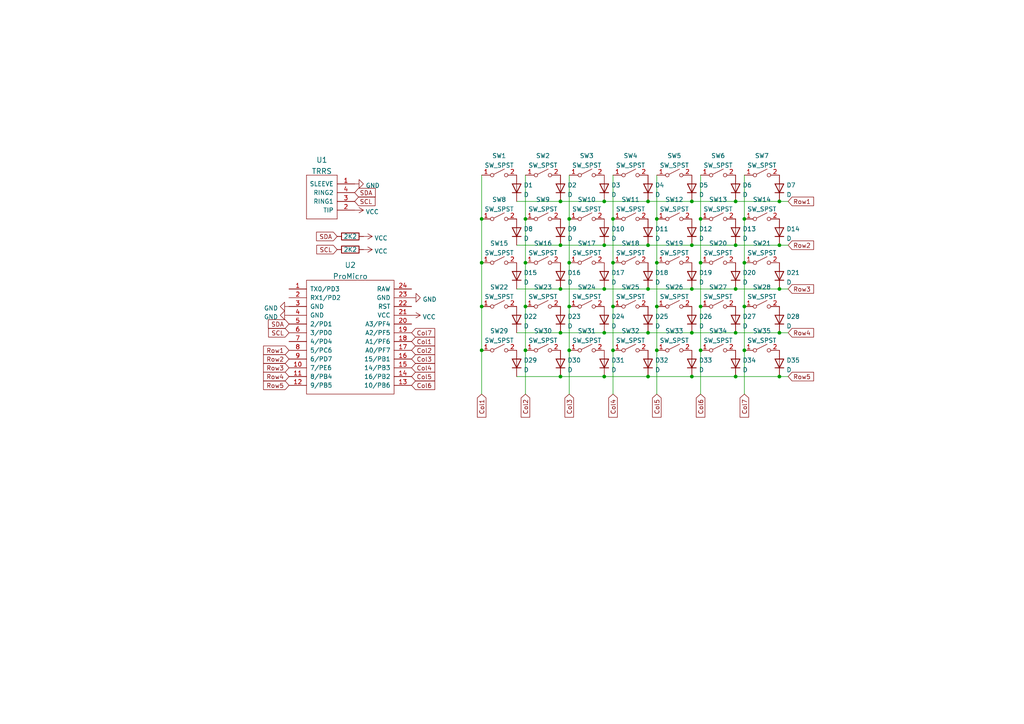
<source format=kicad_sch>
(kicad_sch (version 20211123) (generator eeschema)
  (paper "A4")
  (lib_symbols
    (symbol "Device:D" (pin_numbers hide) (pin_names (offset 1.016) hide)
      (property "Reference" "D" (at 0 2.54 0))
      (property "Value" "D" (at 0 -2.54 0))
      (symbol "D_0_1"
        (polyline (pts (xy -1.27 1.27) (xy -1.27 -1.27)) (stroke (width 0.254)))
        (polyline (pts (xy 1.27 0) (xy -1.27 0)))
        (polyline (pts (xy 1.27 1.27) (xy 1.27 -1.27) (xy -1.27 0) (xy 1.27 1.27)) (stroke (width 0.254)))
      )
      (symbol "D_1_1"
        (pin passive line (at -3.81 0 0) (length 2.54) (name "K") (number "1"))
        (pin passive line (at 3.81 0 180) (length 2.54) (name "A") (number "2"))
      )
    )
    (symbol "Device:R" (pin_numbers hide) (pin_names (offset 0))
      (property "Reference" "R" (at 2.032 0 90))
      (property "Value" "R" (at 0 0 90))
      (symbol "R_0_1"
        (rectangle (start -1.016 -2.54) (end 1.016 2.54) (stroke (width 0.254)))
      )
      (symbol "R_1_1"
        (pin passive line (at 0 3.81 270) (length 1.27) (name "~") (number "1"))
        (pin passive line (at 0 -3.81 90) (length 1.27) (name "~") (number "2"))
      )
    )
    (symbol "Switch:SW_SPST" (pin_names (offset 0) hide)
      (property "Reference" "SW" (at 0 3.175 0))
      (property "Value" "SW_SPST" (at 0 -2.54 0))
      (symbol "SW_SPST_0_0"
        (circle (center -2.032 0) (radius 0.508))
        (polyline (pts (xy -1.524 0.254) (xy 1.524 1.778)))
        (circle (center 2.032 0) (radius 0.508))
      )
      (symbol "SW_SPST_1_1"
        (pin passive line (at -5.08 0 0) (length 2.54) (name "A") (number "1"))
        (pin passive line (at 5.08 0 180) (length 2.54) (name "B") (number "2"))
      )
    )
    (symbol "keebio:ProMicro" (pin_names (offset 1.016))
      (property "Reference" "U" (at 0 0 0))
      (property "Value" "ProMicro" (at 0 -19.05 0))
      (symbol "ProMicro_0_1"
        (rectangle (start -12.7 -16.51) (end 12.7 16.51))
      )
      (symbol "ProMicro_1_1"
        (pin input line (at -17.78 13.97 0) (length 5.08) (name "TX0/PD3") (number "1"))
        (pin input line (at -17.78 -8.89 0) (length 5.08) (name "7/PE6") (number "10"))
        (pin input line (at -17.78 -11.43 0) (length 5.08) (name "8/PB4") (number "11"))
        (pin input line (at -17.78 -13.97 0) (length 5.08) (name "9/PB5") (number "12"))
        (pin input line (at 17.78 -13.97 180) (length 5.08) (name "10/PB6") (number "13"))
        (pin input line (at 17.78 -11.43 180) (length 5.08) (name "16/PB2") (number "14"))
        (pin input line (at 17.78 -8.89 180) (length 5.08) (name "14/PB3") (number "15"))
        (pin input line (at 17.78 -6.35 180) (length 5.08) (name "15/PB1") (number "16"))
        (pin input line (at 17.78 -3.81 180) (length 5.08) (name "A0/PF7") (number "17"))
        (pin input line (at 17.78 -1.27 180) (length 5.08) (name "A1/PF6") (number "18"))
        (pin input line (at 17.78 1.27 180) (length 5.08) (name "A2/PF5") (number "19"))
        (pin input line (at -17.78 11.43 0) (length 5.08) (name "RX1/PD2") (number "2"))
        (pin input line (at 17.78 3.81 180) (length 5.08) (name "A3/PF4") (number "20"))
        (pin input line (at 17.78 6.35 180) (length 5.08) (name "VCC") (number "21"))
        (pin input line (at 17.78 8.89 180) (length 5.08) (name "RST") (number "22"))
        (pin input line (at 17.78 11.43 180) (length 5.08) (name "GND") (number "23"))
        (pin input line (at 17.78 13.97 180) (length 5.08) (name "RAW") (number "24"))
        (pin input line (at -17.78 8.89 0) (length 5.08) (name "GND") (number "3"))
        (pin input line (at -17.78 6.35 0) (length 5.08) (name "GND") (number "4"))
        (pin input line (at -17.78 3.81 0) (length 5.08) (name "2/PD1") (number "5"))
        (pin input line (at -17.78 1.27 0) (length 5.08) (name "3/PD0") (number "6"))
        (pin input line (at -17.78 -1.27 0) (length 5.08) (name "4/PD4") (number "7"))
        (pin input line (at -17.78 -3.81 0) (length 5.08) (name "5/PC6") (number "8"))
        (pin input line (at -17.78 -6.35 0) (length 5.08) (name "6/PD7") (number "9"))
      )
    )
    (symbol "keebio:TRRS" (pin_names (offset 1.016))
      (property "Reference" "U" (at 0 15.24 0))
      (property "Value" "TRRS" (at 0 -2.54 0))
      (symbol "TRRS_0_1"
        (rectangle (start -3.81 0) (end -3.81 12.7))
        (rectangle (start -3.81 12.7) (end 5.08 12.7))
        (rectangle (start 5.08 0) (end -3.81 0))
        (rectangle (start 5.08 12.7) (end 5.08 0))
      )
      (symbol "TRRS_1_1"
        (pin input line (at -8.89 2.54 0) (length 5.08) (name "SLEEVE") (number "1"))
        (pin input line (at -8.89 10.16 0) (length 5.08) (name "TIP") (number "2"))
        (pin input line (at -8.89 7.62 0) (length 5.08) (name "RING1") (number "3"))
        (pin input line (at -8.89 5.08 0) (length 5.08) (name "RING2") (number "4"))
      )
    )
    (symbol "power:GND" (power) (pin_names (offset 0))
      (property "Value" "GND" (at 0 -3.81 0))
      (symbol "GND_0_1"
        (polyline (pts (xy 0 0) (xy 0 -1.27) (xy 1.27 -1.27) (xy 0 -2.54) (xy -1.27 -1.27) (xy 0 -1.27)))
      )
      (symbol "GND_1_1"
        (pin power_in line (at 0 0 270) (length 0) hide (name "GND") (number "1"))
      )
    )
    (symbol "power:VCC" (power) (pin_names (offset 0))
      (property "Value" "VCC" (at 0 3.81 0))
      (symbol "VCC_0_1"
        (polyline (pts (xy -0.762 1.27) (xy 0 2.54)))
        (polyline (pts (xy 0 0) (xy 0 2.54)))
        (polyline (pts (xy 0 2.54) (xy 0.762 1.27)))
      )
      (symbol "VCC_1_1"
        (pin power_in line (at 0 0 90) (length 0) hide (name "VCC") (number "1"))
      )
    )
  )
  (junction (at 139.7 63.5))
  (junction (at 162.56 83.82))
  (junction (at 200.66 109.22))
  (junction (at 200.66 71.12))
  (junction (at 213.36 71.12))
  (junction (at 165.1 63.5))
  (junction (at 190.5 101.6))
  (junction (at 162.56 109.22))
  (junction (at 177.8 88.9))
  (junction (at 200.66 58.42))
  (junction (at 177.8 63.5))
  (junction (at 152.4 101.6))
  (junction (at 203.2 88.9))
  (junction (at 226.06 109.22))
  (junction (at 190.5 88.9))
  (junction (at 139.7 88.9))
  (junction (at 139.7 76.2))
  (junction (at 203.2 101.6))
  (junction (at 175.26 58.42))
  (junction (at 165.1 76.2))
  (junction (at 215.9 76.2))
  (junction (at 190.5 63.5))
  (junction (at 226.06 96.52))
  (junction (at 177.8 101.6))
  (junction (at 215.9 88.9))
  (junction (at 213.36 109.22))
  (junction (at 175.26 83.82))
  (junction (at 177.8 76.2))
  (junction (at 226.06 83.82))
  (junction (at 152.4 63.5))
  (junction (at 175.26 71.12))
  (junction (at 152.4 88.9))
  (junction (at 139.7 101.6))
  (junction (at 162.56 71.12))
  (junction (at 175.26 109.22))
  (junction (at 187.96 58.42))
  (junction (at 165.1 88.9))
  (junction (at 187.96 71.12))
  (junction (at 213.36 83.82))
  (junction (at 213.36 96.52))
  (junction (at 162.56 58.42))
  (junction (at 213.36 58.42))
  (junction (at 226.06 71.12))
  (junction (at 203.2 76.2))
  (junction (at 215.9 101.6))
  (junction (at 187.96 96.52))
  (junction (at 200.66 83.82))
  (junction (at 162.56 96.52))
  (junction (at 203.2 63.5))
  (junction (at 165.1 101.6))
  (junction (at 226.06 58.42))
  (junction (at 200.66 96.52))
  (junction (at 187.96 109.22))
  (junction (at 175.26 96.52))
  (junction (at 152.4 76.2))
  (junction (at 187.96 83.82))
  (junction (at 215.9 63.5))
  (junction (at 190.5 76.2))
  (wire (pts (xy 165.1 63.5) (xy 165.1 76.2)))
  (wire (pts (xy 165.1 101.6) (xy 165.1 114.3)))
  (wire (pts (xy 215.9 63.5) (xy 215.9 76.2)))
  (wire (pts (xy 175.26 71.12) (xy 187.96 71.12)))
  (wire (pts (xy 200.66 58.42) (xy 213.36 58.42)))
  (wire (pts (xy 215.9 76.2) (xy 215.9 88.9)))
  (wire (pts (xy 187.96 96.52) (xy 200.66 96.52)))
  (wire (pts (xy 152.4 88.9) (xy 152.4 101.6)))
  (wire (pts (xy 165.1 76.2) (xy 165.1 88.9)))
  (wire (pts (xy 215.9 101.6) (xy 215.9 114.3)))
  (wire (pts (xy 213.36 83.82) (xy 226.06 83.82)))
  (wire (pts (xy 149.86 109.22) (xy 162.56 109.22)))
  (wire (pts (xy 152.4 101.6) (xy 152.4 114.3)))
  (wire (pts (xy 187.96 58.42) (xy 200.66 58.42)))
  (wire (pts (xy 215.9 88.9) (xy 215.9 101.6)))
  (wire (pts (xy 152.4 76.2) (xy 152.4 88.9)))
  (wire (pts (xy 187.96 109.22) (xy 200.66 109.22)))
  (wire (pts (xy 139.7 88.9) (xy 139.7 101.6)))
  (wire (pts (xy 190.5 88.9) (xy 190.5 101.6)))
  (wire (pts (xy 200.66 83.82) (xy 213.36 83.82)))
  (wire (pts (xy 226.06 58.42) (xy 228.6 58.42)))
  (wire (pts (xy 203.2 88.9) (xy 203.2 101.6)))
  (wire (pts (xy 203.2 76.2) (xy 203.2 88.9)))
  (wire (pts (xy 203.2 50.8) (xy 203.2 63.5)))
  (wire (pts (xy 162.56 83.82) (xy 175.26 83.82)))
  (wire (pts (xy 162.56 71.12) (xy 175.26 71.12)))
  (wire (pts (xy 177.8 101.6) (xy 177.8 114.3)))
  (wire (pts (xy 139.7 101.6) (xy 139.7 114.3)))
  (wire (pts (xy 175.26 58.42) (xy 187.96 58.42)))
  (wire (pts (xy 162.56 96.52) (xy 175.26 96.52)))
  (wire (pts (xy 226.06 83.82) (xy 228.6 83.82)))
  (wire (pts (xy 149.86 71.12) (xy 162.56 71.12)))
  (wire (pts (xy 177.8 76.2) (xy 177.8 88.9)))
  (wire (pts (xy 152.4 50.8) (xy 152.4 63.5)))
  (wire (pts (xy 152.4 63.5) (xy 152.4 76.2)))
  (wire (pts (xy 177.8 63.5) (xy 177.8 76.2)))
  (wire (pts (xy 203.2 101.6) (xy 203.2 114.3)))
  (wire (pts (xy 226.06 109.22) (xy 228.6 109.22)))
  (wire (pts (xy 215.9 50.8) (xy 215.9 63.5)))
  (wire (pts (xy 162.56 109.22) (xy 175.26 109.22)))
  (wire (pts (xy 149.86 96.52) (xy 162.56 96.52)))
  (wire (pts (xy 203.2 63.5) (xy 203.2 76.2)))
  (wire (pts (xy 213.36 71.12) (xy 226.06 71.12)))
  (wire (pts (xy 226.06 96.52) (xy 228.6 96.52)))
  (wire (pts (xy 165.1 88.9) (xy 165.1 101.6)))
  (wire (pts (xy 175.26 83.82) (xy 187.96 83.82)))
  (wire (pts (xy 200.66 109.22) (xy 213.36 109.22)))
  (wire (pts (xy 200.66 96.52) (xy 213.36 96.52)))
  (wire (pts (xy 190.5 76.2) (xy 190.5 88.9)))
  (wire (pts (xy 139.7 50.8) (xy 139.7 63.5)))
  (wire (pts (xy 149.86 58.42) (xy 162.56 58.42)))
  (wire (pts (xy 190.5 50.8) (xy 190.5 63.5)))
  (wire (pts (xy 139.7 76.2) (xy 139.7 88.9)))
  (wire (pts (xy 213.36 58.42) (xy 226.06 58.42)))
  (wire (pts (xy 187.96 71.12) (xy 200.66 71.12)))
  (wire (pts (xy 213.36 109.22) (xy 226.06 109.22)))
  (wire (pts (xy 226.06 71.12) (xy 228.6 71.12)))
  (wire (pts (xy 175.26 96.52) (xy 187.96 96.52)))
  (wire (pts (xy 175.26 109.22) (xy 187.96 109.22)))
  (wire (pts (xy 213.36 96.52) (xy 226.06 96.52)))
  (wire (pts (xy 149.86 83.82) (xy 162.56 83.82)))
  (wire (pts (xy 177.8 50.8) (xy 177.8 63.5)))
  (wire (pts (xy 139.7 63.5) (xy 139.7 76.2)))
  (wire (pts (xy 162.56 58.42) (xy 175.26 58.42)))
  (wire (pts (xy 190.5 63.5) (xy 190.5 76.2)))
  (wire (pts (xy 190.5 101.6) (xy 190.5 114.3)))
  (wire (pts (xy 187.96 83.82) (xy 200.66 83.82)))
  (wire (pts (xy 165.1 50.8) (xy 165.1 63.5)))
  (wire (pts (xy 200.66 71.12) (xy 213.36 71.12)))
  (wire (pts (xy 177.8 88.9) (xy 177.8 101.6)))
  (global_label "Col6" (shape input) (at 203.2 114.3 270) (property "Intersheet References" "${INTERSHEET_REFS}" (effects hide)))
  (global_label "Col1" (shape input) (at 139.7 114.3 270) (property "Intersheet References" "${INTERSHEET_REFS}" (effects hide)))
  (global_label "Col6" (shape input) (at 119.38 111.76 0) (property "Intersheet References" "${INTERSHEET_REFS}" (effects hide)))
  (global_label "Row1" (shape input) (at 83.82 101.6 180) (property "Intersheet References" "${INTERSHEET_REFS}" (effects hide)))
  (global_label "Col5" (shape input) (at 119.38 109.22 0) (property "Intersheet References" "${INTERSHEET_REFS}" (effects hide)))
  (global_label "Row2" (shape input) (at 228.6 71.12 0) (property "Intersheet References" "${INTERSHEET_REFS}" (effects hide)))
  (global_label "Col4" (shape input) (at 119.38 106.68 0) (property "Intersheet References" "${INTERSHEET_REFS}" (effects hide)))
  (global_label "Row4" (shape input) (at 228.6 96.52 0) (property "Intersheet References" "${INTERSHEET_REFS}" (effects hide)))
  (global_label "Col7" (shape input) (at 215.9 114.3 270) (property "Intersheet References" "${INTERSHEET_REFS}" (effects hide)))
  (global_label "Row5" (shape input) (at 228.6 109.22 0) (property "Intersheet References" "${INTERSHEET_REFS}" (effects hide)))
  (global_label "SCL" (shape input) (at 83.82 96.52 180) (property "Intersheet References" "${INTERSHEET_REFS}" (effects hide)))
  (global_label "SCL" (shape input) (at 102.87 58.42 0) (property "Intersheet References" "${INTERSHEET_REFS}" (effects hide)))
  (global_label "Col2" (shape input) (at 152.4 114.3 270) (property "Intersheet References" "${INTERSHEET_REFS}" (effects hide)))
  (global_label "Row3" (shape input) (at 228.6 83.82 0) (property "Intersheet References" "${INTERSHEET_REFS}" (effects hide)))
  (global_label "Row5" (shape input) (at 83.82 111.76 180) (property "Intersheet References" "${INTERSHEET_REFS}" (effects hide)))
  (global_label "Row2" (shape input) (at 83.82 104.14 180) (property "Intersheet References" "${INTERSHEET_REFS}" (effects hide)))
  (global_label "Row4" (shape input) (at 83.82 109.22 180) (property "Intersheet References" "${INTERSHEET_REFS}" (effects hide)))
  (global_label "Row1" (shape input) (at 228.6 58.42 0) (property "Intersheet References" "${INTERSHEET_REFS}" (effects hide)))
  (global_label "Row3" (shape input) (at 83.82 106.68 180) (property "Intersheet References" "${INTERSHEET_REFS}" (effects hide)))
  (global_label "Col4" (shape input) (at 177.8 114.3 270) (property "Intersheet References" "${INTERSHEET_REFS}" (effects hide)))
  (global_label "Col3" (shape input) (at 165.1 114.3 270) (property "Intersheet References" "${INTERSHEET_REFS}" (effects hide)))
  (global_label "Col2" (shape input) (at 119.38 101.6 0) (property "Intersheet References" "${INTERSHEET_REFS}" (effects hide)))
  (global_label "Col7" (shape input) (at 119.38 96.52 0) (property "Intersheet References" "${INTERSHEET_REFS}" (effects hide)))
  (global_label "Col3" (shape input) (at 119.38 104.14 0) (property "Intersheet References" "${INTERSHEET_REFS}" (effects hide)))
  (global_label "SDA" (shape input) (at 97.79 68.58 180) (property "Intersheet References" "${INTERSHEET_REFS}" (effects hide)))
  (global_label "Col5" (shape input) (at 190.5 114.3 270) (property "Intersheet References" "${INTERSHEET_REFS}" (effects hide)))
  (global_label "SDA" (shape input) (at 83.82 93.98 180) (property "Intersheet References" "${INTERSHEET_REFS}" (effects hide)))
  (global_label "Col1" (shape input) (at 119.38 99.06 0) (property "Intersheet References" "${INTERSHEET_REFS}" (effects hide)))
  (global_label "SDA" (shape input) (at 102.87 55.88 0) (property "Intersheet References" "${INTERSHEET_REFS}" (effects hide)))
  (global_label "SCL" (shape input) (at 97.79 72.39 180) (property "Intersheet References" "${INTERSHEET_REFS}" (effects hide)))
  (symbol (lib_id "Device:D") (at 162.56 80.01 90) (unit 1)
    (property "Reference" "D16" (at 164.592 79.1015 90) (effects (justify right)))
    (property "Value" "D" (at 164.592 81.8766 90) (effects (justify right)))
    (property "Footprint" "keebio:MD_Diode" (effects hide))
  )
  (symbol (lib_id "Device:D") (at 149.86 54.61 90) (unit 1)
    (property "Reference" "D1" (at 151.892 53.7015 90) (effects (justify right)))
    (property "Value" "D" (at 151.892 56.4766 90) (effects (justify right)))
    (property "Footprint" "keebio:MD_Diode" (effects hide))
  )
  (symbol (lib_id "Switch:SW_SPST") (at 195.58 63.5 0) (unit 1)
    (property "Reference" "SW12" (at 195.58 57.8825 0))
    (property "Value" "SW_SPST" (at 195.58 60.6576 0))
    (property "Footprint" "keebio:MX-Alps-Choc-1U-NoLED" (effects hide))
  )
  (symbol (lib_id "Device:D") (at 149.86 80.01 90) (unit 1)
    (property "Reference" "D15" (at 151.892 79.1015 90) (effects (justify right)))
    (property "Value" "D" (at 151.892 81.8766 90) (effects (justify right)))
    (property "Footprint" "keebio:MD_Diode" (effects hide))
  )
  (symbol (lib_id "Device:D") (at 175.26 92.71 90) (unit 1)
    (property "Reference" "D24" (at 177.292 91.8015 90) (effects (justify right)))
    (property "Value" "D" (at 177.292 94.5766 90) (effects (justify right)))
    (property "Footprint" "keebio:MD_Diode" (effects hide))
  )
  (symbol (lib_id "Device:D") (at 226.06 92.71 90) (unit 1)
    (property "Reference" "D28" (at 228.092 91.8015 90) (effects (justify right)))
    (property "Value" "D" (at 228.092 94.5766 90) (effects (justify right)))
    (property "Footprint" "keebio:MD_Diode" (effects hide))
  )
  (symbol (lib_id "Switch:SW_SPST") (at 157.48 63.5 0) (unit 1)
    (property "Reference" "SW9" (at 157.48 57.8825 0))
    (property "Value" "SW_SPST" (at 157.48 60.6576 0))
    (property "Footprint" "keebio:MX-Alps-Choc-1U-NoLED" (effects hide))
  )
  (symbol (lib_id "Switch:SW_SPST") (at 195.58 76.2 0) (unit 1)
    (property "Reference" "SW19" (at 195.58 70.5825 0))
    (property "Value" "SW_SPST" (at 195.58 73.3576 0))
    (property "Footprint" "keebio:MX-Alps-Choc-1U-NoLED" (effects hide))
  )
  (symbol (lib_id "Device:D") (at 226.06 105.41 90) (unit 1)
    (property "Reference" "D35" (at 228.092 104.5015 90) (effects (justify right)))
    (property "Value" "D" (at 228.092 107.2766 90) (effects (justify right)))
    (property "Footprint" "keebio:MD_Diode" (effects hide))
  )
  (symbol (lib_id "Device:D") (at 226.06 80.01 90) (unit 1)
    (property "Reference" "D21" (at 228.092 79.1015 90) (effects (justify right)))
    (property "Value" "D" (at 228.092 81.8766 90) (effects (justify right)))
    (property "Footprint" "keebio:MD_Diode" (effects hide))
  )
  (symbol (lib_id "Switch:SW_SPST") (at 195.58 50.8 0) (unit 1)
    (property "Reference" "SW5" (at 195.58 45.1825 0))
    (property "Value" "SW_SPST" (at 195.58 47.9576 0))
    (property "Footprint" "keebio:MX-Alps-Choc-1U-NoLED" (effects hide))
  )
  (symbol (lib_id "Device:D") (at 200.66 67.31 90) (unit 1)
    (property "Reference" "D12" (at 202.692 66.4015 90) (effects (justify right)))
    (property "Value" "D" (at 202.692 69.1766 90) (effects (justify right)))
    (property "Footprint" "keebio:MD_Diode" (effects hide))
  )
  (symbol (lib_id "Switch:SW_SPST") (at 170.18 101.6 0) (unit 1)
    (property "Reference" "SW31" (at 170.18 95.9825 0))
    (property "Value" "SW_SPST" (at 170.18 98.7576 0))
    (property "Footprint" "keebio:MX-Alps-Choc-1U-NoLED" (effects hide))
  )
  (symbol (lib_id "Device:D") (at 187.96 105.41 90) (unit 1)
    (property "Reference" "D32" (at 189.992 104.5015 90) (effects (justify right)))
    (property "Value" "D" (at 189.992 107.2766 90) (effects (justify right)))
    (property "Footprint" "keebio:MD_Diode" (effects hide))
  )
  (symbol (lib_id "Device:D") (at 162.56 105.41 90) (unit 1)
    (property "Reference" "D30" (at 164.592 104.5015 90) (effects (justify right)))
    (property "Value" "D" (at 164.592 107.2766 90) (effects (justify right)))
    (property "Footprint" "keebio:MD_Diode" (effects hide))
  )
  (symbol (lib_id "Switch:SW_SPST") (at 208.28 76.2 0) (unit 1)
    (property "Reference" "SW20" (at 208.28 70.5825 0))
    (property "Value" "SW_SPST" (at 208.28 73.3576 0))
    (property "Footprint" "keebio:MX-Alps-Choc-1U-NoLED" (effects hide))
  )
  (symbol (lib_id "Device:D") (at 226.06 67.31 90) (unit 1)
    (property "Reference" "D14" (at 228.092 66.4015 90) (effects (justify right)))
    (property "Value" "D" (at 228.092 69.1766 90) (effects (justify right)))
    (property "Footprint" "keebio:MD_Diode" (effects hide))
  )
  (symbol (lib_id "Switch:SW_SPST") (at 195.58 101.6 0) (unit 1)
    (property "Reference" "SW33" (at 195.58 95.9825 0))
    (property "Value" "SW_SPST" (at 195.58 98.7576 0))
    (property "Footprint" "keebio:MX-Alps-Choc-1U-NoLED" (effects hide))
  )
  (symbol (lib_id "Device:D") (at 213.36 92.71 90) (unit 1)
    (property "Reference" "D27" (at 215.392 91.8015 90) (effects (justify right)))
    (property "Value" "D" (at 215.392 94.5766 90) (effects (justify right)))
    (property "Footprint" "keebio:MD_Diode" (effects hide))
  )
  (symbol (lib_id "Switch:SW_SPST") (at 208.28 101.6 0) (unit 1)
    (property "Reference" "SW34" (at 208.28 95.9825 0))
    (property "Value" "SW_SPST" (at 208.28 98.7576 0))
    (property "Footprint" "keebio:MX-Alps-Choc-1U-NoLED" (effects hide))
  )
  (symbol (lib_id "Switch:SW_SPST") (at 220.98 63.5 0) (unit 1)
    (property "Reference" "SW14" (at 220.98 57.8825 0))
    (property "Value" "SW_SPST" (at 220.98 60.6576 0))
    (property "Footprint" "keebio:MX-Alps-Choc-1U-NoLED" (effects hide))
  )
  (symbol (lib_id "Device:D") (at 200.66 54.61 90) (unit 1)
    (property "Reference" "D5" (at 202.692 53.7015 90) (effects (justify right)))
    (property "Value" "D" (at 202.692 56.4766 90) (effects (justify right)))
    (property "Footprint" "keebio:MD_Diode" (effects hide))
  )
  (symbol (lib_id "Switch:SW_SPST") (at 170.18 88.9 0) (unit 1)
    (property "Reference" "SW24" (at 170.18 83.2825 0))
    (property "Value" "SW_SPST" (at 170.18 86.0576 0))
    (property "Footprint" "keebio:MX-Alps-Choc-1U-NoLED" (effects hide))
  )
  (symbol (lib_id "Device:R") (at 101.6 68.58 90) (unit 1)
    (property "Reference" "R1" (effects hide))
    (property "Value" "2K2" (at 101.6 68.58 90))
    (property "Footprint" "Resistor_THT:R_Axial_DIN0207_L6.3mm_D2.5mm_P7.62mm_Horizontal" (effects hide))
  )
  (symbol (lib_id "Switch:SW_SPST") (at 144.78 76.2 0) (unit 1)
    (property "Reference" "SW15" (at 144.78 70.5825 0))
    (property "Value" "SW_SPST" (at 144.78 73.3576 0))
    (property "Footprint" "keebio:MX-Alps-Choc-1U-NoLED" (effects hide))
  )
  (symbol (lib_id "Device:D") (at 187.96 67.31 90) (unit 1)
    (property "Reference" "D11" (at 189.992 66.4015 90) (effects (justify right)))
    (property "Value" "D" (at 189.992 69.1766 90) (effects (justify right)))
    (property "Footprint" "keebio:MD_Diode" (effects hide))
  )
  (symbol (lib_id "Device:D") (at 149.86 92.71 90) (unit 1)
    (property "Reference" "D22" (at 151.892 91.8015 90) (effects (justify right)))
    (property "Value" "D" (at 151.892 94.5766 90) (effects (justify right)))
    (property "Footprint" "keebio:MD_Diode" (effects hide))
  )
  (symbol (lib_id "Device:D") (at 149.86 67.31 90) (unit 1)
    (property "Reference" "D8" (at 151.892 66.4015 90) (effects (justify right)))
    (property "Value" "D" (at 151.892 69.1766 90) (effects (justify right)))
    (property "Footprint" "keebio:MD_Diode" (effects hide))
  )
  (symbol (lib_id "Switch:SW_SPST") (at 144.78 63.5 0) (unit 1)
    (property "Reference" "SW8" (at 144.78 57.8825 0))
    (property "Value" "SW_SPST" (at 144.78 60.6576 0))
    (property "Footprint" "keebio:MX-Alps-Choc-1U-NoLED" (effects hide))
  )
  (symbol (lib_id "Switch:SW_SPST") (at 182.88 101.6 0) (unit 1)
    (property "Reference" "SW32" (at 182.88 95.9825 0))
    (property "Value" "SW_SPST" (at 182.88 98.7576 0))
    (property "Footprint" "keebio:MX-Alps-Choc-1U-NoLED" (effects hide))
  )
  (symbol (lib_id "Switch:SW_SPST") (at 157.48 88.9 0) (unit 1)
    (property "Reference" "SW23" (at 157.48 83.2825 0))
    (property "Value" "SW_SPST" (at 157.48 86.0576 0))
    (property "Footprint" "keebio:MX-Alps-Choc-1U-NoLED" (effects hide))
  )
  (symbol (lib_id "Switch:SW_SPST") (at 170.18 63.5 0) (unit 1)
    (property "Reference" "SW10" (at 170.18 57.8825 0))
    (property "Value" "SW_SPST" (at 170.18 60.6576 0))
    (property "Footprint" "keebio:MX-Alps-Choc-1U-NoLED" (effects hide))
  )
  (symbol (lib_id "Device:D") (at 175.26 105.41 90) (unit 1)
    (property "Reference" "D31" (at 177.292 104.5015 90) (effects (justify right)))
    (property "Value" "D" (at 177.292 107.2766 90) (effects (justify right)))
    (property "Footprint" "keebio:MD_Diode" (effects hide))
  )
  (symbol (lib_id "Switch:SW_SPST") (at 170.18 50.8 0) (unit 1)
    (property "Reference" "SW3" (at 170.18 45.1825 0))
    (property "Value" "SW_SPST" (at 170.18 47.9576 0))
    (property "Footprint" "keebio:MX-Alps-Choc-1U-NoLED" (effects hide))
  )
  (symbol (lib_id "power:VCC") (at 105.41 68.58 270) (unit 1)
    (property "Reference" "#PWR01" (effects hide))
    (property "Value" "VCC" (at 108.585 69.059 90) (effects (justify left)))
  )
  (symbol (lib_id "power:GND") (at 119.38 86.36 90) (unit 1)
    (property "Reference" "#PWR04" (effects hide))
    (property "Value" "GND" (at 122.555 86.839 90) (effects (justify right)))
  )
  (symbol (lib_id "Switch:SW_SPST") (at 220.98 101.6 0) (unit 1)
    (property "Reference" "SW35" (at 220.98 95.9825 0))
    (property "Value" "SW_SPST" (at 220.98 98.7576 0))
    (property "Footprint" "keebio:MX-Alps-Choc-1U-NoLED" (effects hide))
  )
  (symbol (lib_id "Device:D") (at 162.56 67.31 90) (unit 1)
    (property "Reference" "D9" (at 164.592 66.4015 90) (effects (justify right)))
    (property "Value" "D" (at 164.592 69.1766 90) (effects (justify right)))
    (property "Footprint" "keebio:MD_Diode" (effects hide))
  )
  (symbol (lib_id "Device:D") (at 200.66 80.01 90) (unit 1)
    (property "Reference" "D19" (at 202.692 79.1015 90) (effects (justify right)))
    (property "Value" "D" (at 202.692 81.8766 90) (effects (justify right)))
    (property "Footprint" "keebio:MD_Diode" (effects hide))
  )
  (symbol (lib_id "power:VCC") (at 102.87 60.96 270) (unit 1)
    (property "Reference" "#PWR06" (effects hide))
    (property "Value" "VCC" (at 106.045 61.439 90) (effects (justify left)))
  )
  (symbol (lib_id "Device:D") (at 213.36 54.61 90) (unit 1)
    (property "Reference" "D6" (at 215.392 53.7015 90) (effects (justify right)))
    (property "Value" "D" (at 215.392 56.4766 90) (effects (justify right)))
    (property "Footprint" "keebio:MD_Diode" (effects hide))
  )
  (symbol (lib_id "Device:D") (at 200.66 92.71 90) (unit 1)
    (property "Reference" "D26" (at 202.692 91.8015 90) (effects (justify right)))
    (property "Value" "D" (at 202.692 94.5766 90) (effects (justify right)))
    (property "Footprint" "keebio:MD_Diode" (effects hide))
  )
  (symbol (lib_id "Switch:SW_SPST") (at 220.98 50.8 0) (unit 1)
    (property "Reference" "SW7" (at 220.98 45.1825 0))
    (property "Value" "SW_SPST" (at 220.98 47.9576 0))
    (property "Footprint" "keebio:MX-Alps-Choc-1U-NoLED" (effects hide))
  )
  (symbol (lib_id "Device:D") (at 213.36 105.41 90) (unit 1)
    (property "Reference" "D34" (at 215.392 104.5015 90) (effects (justify right)))
    (property "Value" "D" (at 215.392 107.2766 90) (effects (justify right)))
    (property "Footprint" "keebio:MD_Diode" (effects hide))
  )
  (symbol (lib_id "Switch:SW_SPST") (at 182.88 88.9 0) (unit 1)
    (property "Reference" "SW25" (at 182.88 83.2825 0))
    (property "Value" "SW_SPST" (at 182.88 86.0576 0))
    (property "Footprint" "keebio:MX-Alps-Choc-1U-NoLED" (effects hide))
  )
  (symbol (lib_id "Switch:SW_SPST") (at 170.18 76.2 0) (unit 1)
    (property "Reference" "SW17" (at 170.18 70.5825 0))
    (property "Value" "SW_SPST" (at 170.18 73.3576 0))
    (property "Footprint" "keebio:MX-Alps-Choc-1U-NoLED" (effects hide))
  )
  (symbol (lib_id "Switch:SW_SPST") (at 182.88 63.5 0) (unit 1)
    (property "Reference" "SW11" (at 182.88 57.8825 0))
    (property "Value" "SW_SPST" (at 182.88 60.6576 0))
    (property "Footprint" "keebio:MX-Alps-Choc-1U-NoLED" (effects hide))
  )
  (symbol (lib_id "Device:D") (at 175.26 67.31 90) (unit 1)
    (property "Reference" "D10" (at 177.292 66.4015 90) (effects (justify right)))
    (property "Value" "D" (at 177.292 69.1766 90) (effects (justify right)))
    (property "Footprint" "keebio:MD_Diode" (effects hide))
  )
  (symbol (lib_id "Device:D") (at 149.86 105.41 90) (unit 1)
    (property "Reference" "D29" (at 151.892 104.5015 90) (effects (justify right)))
    (property "Value" "D" (at 151.892 107.2766 90) (effects (justify right)))
    (property "Footprint" "keebio:MD_Diode" (effects hide))
  )
  (symbol (lib_id "Switch:SW_SPST") (at 157.48 101.6 0) (unit 1)
    (property "Reference" "SW30" (at 157.48 95.9825 0))
    (property "Value" "SW_SPST" (at 157.48 98.7576 0))
    (property "Footprint" "keebio:MX-Alps-Choc-1U-NoLED" (effects hide))
  )
  (symbol (lib_id "Device:D") (at 162.56 92.71 90) (unit 1)
    (property "Reference" "D23" (at 164.592 91.8015 90) (effects (justify right)))
    (property "Value" "D" (at 164.592 94.5766 90) (effects (justify right)))
    (property "Footprint" "keebio:MD_Diode" (effects hide))
  )
  (symbol (lib_id "Device:R") (at 101.6 72.39 90) (unit 1)
    (property "Reference" "R2" (effects hide))
    (property "Value" "2K2" (at 101.6 72.39 90))
    (property "Footprint" "Resistor_THT:R_Axial_DIN0207_L6.3mm_D2.5mm_P7.62mm_Horizontal" (effects hide))
  )
  (symbol (lib_id "power:VCC") (at 105.41 72.39 270) (unit 1)
    (property "Reference" "#PWR02" (effects hide))
    (property "Value" "VCC" (at 108.585 72.869 90) (effects (justify left)))
  )
  (symbol (lib_id "Switch:SW_SPST") (at 220.98 76.2 0) (unit 1)
    (property "Reference" "SW21" (at 220.98 70.5825 0))
    (property "Value" "SW_SPST" (at 220.98 73.3576 0))
    (property "Footprint" "keebio:MX-Alps-Choc-1U-NoLED" (effects hide))
  )
  (symbol (lib_id "Switch:SW_SPST") (at 195.58 88.9 0) (unit 1)
    (property "Reference" "SW26" (at 195.58 83.2825 0))
    (property "Value" "SW_SPST" (at 195.58 86.0576 0))
    (property "Footprint" "keebio:MX-Alps-Choc-1U-NoLED" (effects hide))
  )
  (symbol (lib_id "Switch:SW_SPST") (at 157.48 50.8 0) (unit 1)
    (property "Reference" "SW2" (at 157.48 45.1825 0))
    (property "Value" "SW_SPST" (at 157.48 47.9576 0))
    (property "Footprint" "keebio:MX-Alps-Choc-1U-NoLED" (effects hide))
  )
  (symbol (lib_id "Device:D") (at 162.56 54.61 90) (unit 1)
    (property "Reference" "D2" (at 164.592 53.7015 90) (effects (justify right)))
    (property "Value" "D" (at 164.592 56.4766 90) (effects (justify right)))
    (property "Footprint" "keebio:MD_Diode" (effects hide))
  )
  (symbol (lib_id "Device:D") (at 213.36 80.01 90) (unit 1)
    (property "Reference" "D20" (at 215.392 79.1015 90) (effects (justify right)))
    (property "Value" "D" (at 215.392 81.8766 90) (effects (justify right)))
    (property "Footprint" "keebio:MD_Diode" (effects hide))
  )
  (symbol (lib_id "Switch:SW_SPST") (at 182.88 76.2 0) (unit 1)
    (property "Reference" "SW18" (at 182.88 70.5825 0))
    (property "Value" "SW_SPST" (at 182.88 73.3576 0))
    (property "Footprint" "keebio:MX-Alps-Choc-1U-NoLED" (effects hide))
  )
  (symbol (lib_id "Switch:SW_SPST") (at 144.78 88.9 0) (unit 1)
    (property "Reference" "SW22" (at 144.78 83.2825 0))
    (property "Value" "SW_SPST" (at 144.78 86.0576 0))
    (property "Footprint" "keebio:MX-Alps-Choc-1U-NoLED" (effects hide))
  )
  (symbol (lib_id "power:GND") (at 102.87 53.34 90) (unit 1)
    (property "Reference" "#PWR03" (effects hide))
    (property "Value" "GND" (at 106.045 53.819 90) (effects (justify right)))
  )
  (symbol (lib_id "Switch:SW_SPST") (at 144.78 50.8 0) (unit 1)
    (property "Reference" "SW1" (at 144.78 45.1825 0))
    (property "Value" "SW_SPST" (at 144.78 47.9576 0))
    (property "Footprint" "keebio:MX-Alps-Choc-1U-NoLED" (effects hide))
  )
  (symbol (lib_id "Switch:SW_SPST") (at 208.28 50.8 0) (unit 1)
    (property "Reference" "SW6" (at 208.28 45.1825 0))
    (property "Value" "SW_SPST" (at 208.28 47.9576 0))
    (property "Footprint" "keebio:MX-Alps-Choc-1U-NoLED" (effects hide))
  )
  (symbol (lib_id "keebio:ProMicro") (at 101.6 97.79 0) (unit 1)
    (property "Reference" "U2" (at 101.6 76.8761 0) (effects (font (size 1.524 1.524))))
    (property "Value" "ProMicro" (at 101.6 80.1551 0) (effects (font (size 1.524 1.524))))
    (property "Footprint" "keebio:ArduinoProMicro-ZigZag" (effects hide))
  )
  (symbol (lib_id "Switch:SW_SPST") (at 220.98 88.9 0) (unit 1)
    (property "Reference" "SW28" (at 220.98 83.2825 0))
    (property "Value" "SW_SPST" (at 220.98 86.0576 0))
    (property "Footprint" "keebio:MX-Alps-Choc-1U-NoLED" (effects hide))
  )
  (symbol (lib_id "Switch:SW_SPST") (at 208.28 63.5 0) (unit 1)
    (property "Reference" "SW13" (at 208.28 57.8825 0))
    (property "Value" "SW_SPST" (at 208.28 60.6576 0))
    (property "Footprint" "keebio:MX-Alps-Choc-1U-NoLED" (effects hide))
  )
  (symbol (lib_id "Device:D") (at 175.26 80.01 90) (unit 1)
    (property "Reference" "D17" (at 177.292 79.1015 90) (effects (justify right)))
    (property "Value" "D" (at 177.292 81.8766 90) (effects (justify right)))
    (property "Footprint" "keebio:MD_Diode" (effects hide))
  )
  (symbol (lib_id "Device:D") (at 175.26 54.61 90) (unit 1)
    (property "Reference" "D3" (at 177.292 53.7015 90) (effects (justify right)))
    (property "Value" "D" (at 177.292 56.4766 90) (effects (justify right)))
    (property "Footprint" "keebio:MD_Diode" (effects hide))
  )
  (symbol (lib_id "power:GND") (at 83.82 88.9 270) (unit 1)
    (property "Reference" "#PWR05" (effects hide))
    (property "Value" "GND" (at 80.6451 89.379 90) (effects (justify right)))
  )
  (symbol (lib_id "Device:D") (at 187.96 92.71 90) (unit 1)
    (property "Reference" "D25" (at 189.992 91.8015 90) (effects (justify right)))
    (property "Value" "D" (at 189.992 94.5766 90) (effects (justify right)))
    (property "Footprint" "keebio:MD_Diode" (effects hide))
  )
  (symbol (lib_id "Switch:SW_SPST") (at 157.48 76.2 0) (unit 1)
    (property "Reference" "SW16" (at 157.48 70.5825 0))
    (property "Value" "SW_SPST" (at 157.48 73.3576 0))
    (property "Footprint" "keebio:MX-Alps-Choc-1U-NoLED" (effects hide))
  )
  (symbol (lib_id "Device:D") (at 200.66 105.41 90) (unit 1)
    (property "Reference" "D33" (at 202.692 104.5015 90) (effects (justify right)))
    (property "Value" "D" (at 202.692 107.2766 90) (effects (justify right)))
    (property "Footprint" "keebio:MD_Diode" (effects hide))
  )
  (symbol (lib_id "Device:D") (at 226.06 54.61 90) (unit 1)
    (property "Reference" "D7" (at 228.092 53.7015 90) (effects (justify right)))
    (property "Value" "D" (at 228.092 56.4766 90) (effects (justify right)))
    (property "Footprint" "keebio:MD_Diode" (effects hide))
  )
  (symbol (lib_id "power:VCC") (at 119.38 91.44 270) (unit 1)
    (property "Reference" "#PWR08" (effects hide))
    (property "Value" "VCC" (at 122.555 91.919 90) (effects (justify left)))
  )
  (symbol (lib_id "Device:D") (at 213.36 67.31 90) (unit 1)
    (property "Reference" "D13" (at 215.392 66.4015 90) (effects (justify right)))
    (property "Value" "D" (at 215.392 69.1766 90) (effects (justify right)))
    (property "Footprint" "keebio:MD_Diode" (effects hide))
  )
  (symbol (lib_id "Switch:SW_SPST") (at 208.28 88.9 0) (unit 1)
    (property "Reference" "SW27" (at 208.28 83.2825 0))
    (property "Value" "SW_SPST" (at 208.28 86.0576 0))
    (property "Footprint" "keebio:MX-Alps-Choc-1U-NoLED" (effects hide))
  )
  (symbol (lib_id "Switch:SW_SPST") (at 182.88 50.8 0) (unit 1)
    (property "Reference" "SW4" (at 182.88 45.1825 0))
    (property "Value" "SW_SPST" (at 182.88 47.9576 0))
    (property "Footprint" "keebio:MX-Alps-Choc-1U-NoLED" (effects hide))
  )
  (symbol (lib_id "Device:D") (at 187.96 54.61 90) (unit 1)
    (property "Reference" "D4" (at 189.992 53.7015 90) (effects (justify right)))
    (property "Value" "D" (at 189.992 56.4766 90) (effects (justify right)))
    (property "Footprint" "keebio:MD_Diode" (effects hide))
  )
  (symbol (lib_id "Switch:SW_SPST") (at 144.78 101.6 0) (unit 1)
    (property "Reference" "SW29" (at 144.78 95.9825 0))
    (property "Value" "SW_SPST" (at 144.78 98.7576 0))
    (property "Footprint" "keebio:MX-Alps-Choc-1U-NoLED" (effects hide))
  )
  (symbol (lib_id "Device:D") (at 187.96 80.01 90) (unit 1)
    (property "Reference" "D18" (at 189.992 79.1015 90) (effects (justify right)))
    (property "Value" "D" (at 189.992 81.8766 90) (effects (justify right)))
    (property "Footprint" "keebio:MD_Diode" (effects hide))
  )
  (symbol (lib_id "keebio:TRRS") (at 93.98 50.8 180) (unit 1)
    (property "Reference" "U1" (at 93.345 46.3961 0) (effects (font (size 1.524 1.524))))
    (property "Value" "TRRS" (at 93.345 49.6751 0) (effects (font (size 1.524 1.524))))
    (property "Footprint" "keebio:TRRS-PJ-320A" (effects hide))
  )
  (symbol (lib_id "power:GND") (at 83.82 91.44 270) (unit 1)
    (property "Reference" "#PWR07" (effects hide))
    (property "Value" "GND" (at 80.6451 91.919 90) (effects (justify right)))
  )
)
</source>
